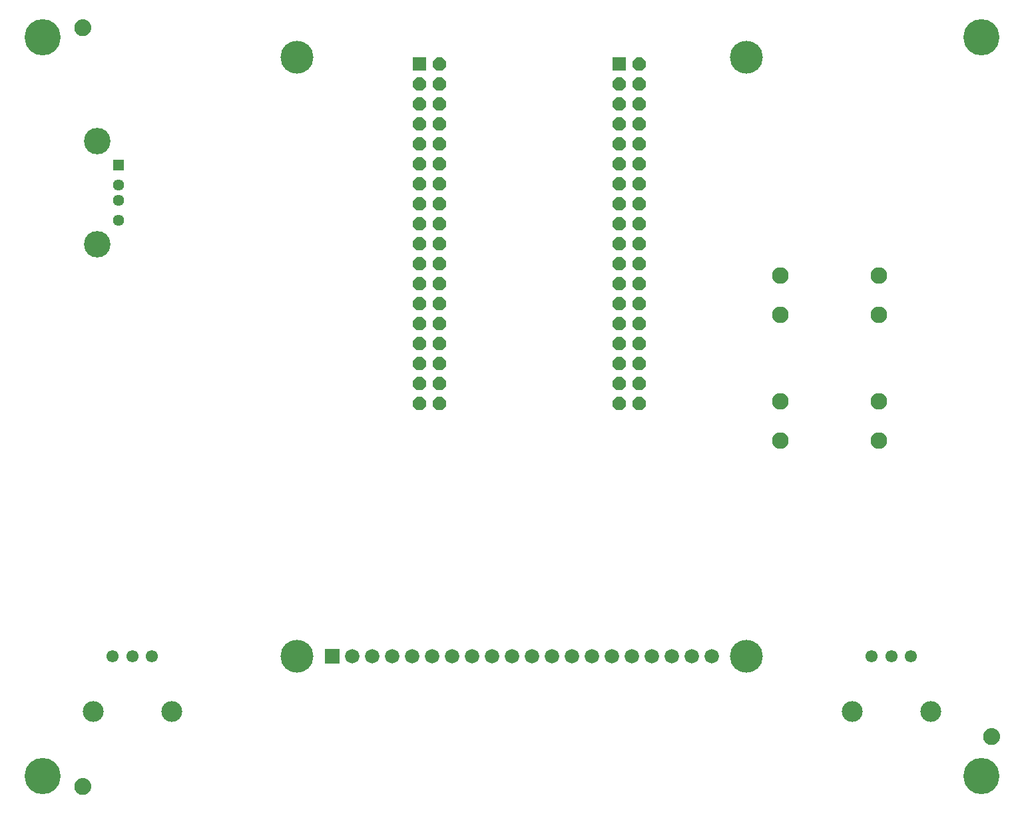
<source format=gbr>
G04 EAGLE Gerber RS-274X export*
G75*
%MOMM*%
%FSLAX34Y34*%
%LPD*%
%INSoldermask Bottom*%
%IPPOS*%
%AMOC8*
5,1,8,0,0,1.08239X$1,22.5*%
G01*
%ADD10C,0.609600*%
%ADD11C,1.168400*%
%ADD12R,1.440400X1.440400*%
%ADD13C,1.440400*%
%ADD14C,3.372400*%
%ADD15R,1.828800X1.828800*%
%ADD16C,1.828800*%
%ADD17C,4.168400*%
%ADD18C,1.552400*%
%ADD19C,2.652400*%
%ADD20C,2.112400*%
%ADD21R,1.676400X1.676400*%
%ADD22P,1.814519X8X292.500000*%
%ADD23C,4.597400*%


D10*
X81280Y990600D02*
X81282Y990787D01*
X81289Y990974D01*
X81301Y991161D01*
X81317Y991347D01*
X81337Y991533D01*
X81362Y991718D01*
X81392Y991903D01*
X81426Y992087D01*
X81465Y992270D01*
X81508Y992452D01*
X81556Y992632D01*
X81608Y992812D01*
X81665Y992990D01*
X81725Y993167D01*
X81791Y993342D01*
X81860Y993516D01*
X81934Y993688D01*
X82012Y993858D01*
X82094Y994026D01*
X82180Y994192D01*
X82270Y994356D01*
X82364Y994517D01*
X82462Y994677D01*
X82564Y994833D01*
X82670Y994988D01*
X82780Y995139D01*
X82893Y995288D01*
X83010Y995434D01*
X83130Y995577D01*
X83254Y995717D01*
X83381Y995854D01*
X83512Y995988D01*
X83646Y996119D01*
X83783Y996246D01*
X83923Y996370D01*
X84066Y996490D01*
X84212Y996607D01*
X84361Y996720D01*
X84512Y996830D01*
X84667Y996936D01*
X84823Y997038D01*
X84983Y997136D01*
X85144Y997230D01*
X85308Y997320D01*
X85474Y997406D01*
X85642Y997488D01*
X85812Y997566D01*
X85984Y997640D01*
X86158Y997709D01*
X86333Y997775D01*
X86510Y997835D01*
X86688Y997892D01*
X86868Y997944D01*
X87048Y997992D01*
X87230Y998035D01*
X87413Y998074D01*
X87597Y998108D01*
X87782Y998138D01*
X87967Y998163D01*
X88153Y998183D01*
X88339Y998199D01*
X88526Y998211D01*
X88713Y998218D01*
X88900Y998220D01*
X89087Y998218D01*
X89274Y998211D01*
X89461Y998199D01*
X89647Y998183D01*
X89833Y998163D01*
X90018Y998138D01*
X90203Y998108D01*
X90387Y998074D01*
X90570Y998035D01*
X90752Y997992D01*
X90932Y997944D01*
X91112Y997892D01*
X91290Y997835D01*
X91467Y997775D01*
X91642Y997709D01*
X91816Y997640D01*
X91988Y997566D01*
X92158Y997488D01*
X92326Y997406D01*
X92492Y997320D01*
X92656Y997230D01*
X92817Y997136D01*
X92977Y997038D01*
X93133Y996936D01*
X93288Y996830D01*
X93439Y996720D01*
X93588Y996607D01*
X93734Y996490D01*
X93877Y996370D01*
X94017Y996246D01*
X94154Y996119D01*
X94288Y995988D01*
X94419Y995854D01*
X94546Y995717D01*
X94670Y995577D01*
X94790Y995434D01*
X94907Y995288D01*
X95020Y995139D01*
X95130Y994988D01*
X95236Y994833D01*
X95338Y994677D01*
X95436Y994517D01*
X95530Y994356D01*
X95620Y994192D01*
X95706Y994026D01*
X95788Y993858D01*
X95866Y993688D01*
X95940Y993516D01*
X96009Y993342D01*
X96075Y993167D01*
X96135Y992990D01*
X96192Y992812D01*
X96244Y992632D01*
X96292Y992452D01*
X96335Y992270D01*
X96374Y992087D01*
X96408Y991903D01*
X96438Y991718D01*
X96463Y991533D01*
X96483Y991347D01*
X96499Y991161D01*
X96511Y990974D01*
X96518Y990787D01*
X96520Y990600D01*
X96518Y990413D01*
X96511Y990226D01*
X96499Y990039D01*
X96483Y989853D01*
X96463Y989667D01*
X96438Y989482D01*
X96408Y989297D01*
X96374Y989113D01*
X96335Y988930D01*
X96292Y988748D01*
X96244Y988568D01*
X96192Y988388D01*
X96135Y988210D01*
X96075Y988033D01*
X96009Y987858D01*
X95940Y987684D01*
X95866Y987512D01*
X95788Y987342D01*
X95706Y987174D01*
X95620Y987008D01*
X95530Y986844D01*
X95436Y986683D01*
X95338Y986523D01*
X95236Y986367D01*
X95130Y986212D01*
X95020Y986061D01*
X94907Y985912D01*
X94790Y985766D01*
X94670Y985623D01*
X94546Y985483D01*
X94419Y985346D01*
X94288Y985212D01*
X94154Y985081D01*
X94017Y984954D01*
X93877Y984830D01*
X93734Y984710D01*
X93588Y984593D01*
X93439Y984480D01*
X93288Y984370D01*
X93133Y984264D01*
X92977Y984162D01*
X92817Y984064D01*
X92656Y983970D01*
X92492Y983880D01*
X92326Y983794D01*
X92158Y983712D01*
X91988Y983634D01*
X91816Y983560D01*
X91642Y983491D01*
X91467Y983425D01*
X91290Y983365D01*
X91112Y983308D01*
X90932Y983256D01*
X90752Y983208D01*
X90570Y983165D01*
X90387Y983126D01*
X90203Y983092D01*
X90018Y983062D01*
X89833Y983037D01*
X89647Y983017D01*
X89461Y983001D01*
X89274Y982989D01*
X89087Y982982D01*
X88900Y982980D01*
X88713Y982982D01*
X88526Y982989D01*
X88339Y983001D01*
X88153Y983017D01*
X87967Y983037D01*
X87782Y983062D01*
X87597Y983092D01*
X87413Y983126D01*
X87230Y983165D01*
X87048Y983208D01*
X86868Y983256D01*
X86688Y983308D01*
X86510Y983365D01*
X86333Y983425D01*
X86158Y983491D01*
X85984Y983560D01*
X85812Y983634D01*
X85642Y983712D01*
X85474Y983794D01*
X85308Y983880D01*
X85144Y983970D01*
X84983Y984064D01*
X84823Y984162D01*
X84667Y984264D01*
X84512Y984370D01*
X84361Y984480D01*
X84212Y984593D01*
X84066Y984710D01*
X83923Y984830D01*
X83783Y984954D01*
X83646Y985081D01*
X83512Y985212D01*
X83381Y985346D01*
X83254Y985483D01*
X83130Y985623D01*
X83010Y985766D01*
X82893Y985912D01*
X82780Y986061D01*
X82670Y986212D01*
X82564Y986367D01*
X82462Y986523D01*
X82364Y986683D01*
X82270Y986844D01*
X82180Y987008D01*
X82094Y987174D01*
X82012Y987342D01*
X81934Y987512D01*
X81860Y987684D01*
X81791Y987858D01*
X81725Y988033D01*
X81665Y988210D01*
X81608Y988388D01*
X81556Y988568D01*
X81508Y988748D01*
X81465Y988930D01*
X81426Y989113D01*
X81392Y989297D01*
X81362Y989482D01*
X81337Y989667D01*
X81317Y989853D01*
X81301Y990039D01*
X81289Y990226D01*
X81282Y990413D01*
X81280Y990600D01*
D11*
X88900Y990600D03*
D10*
X81280Y25400D02*
X81282Y25587D01*
X81289Y25774D01*
X81301Y25961D01*
X81317Y26147D01*
X81337Y26333D01*
X81362Y26518D01*
X81392Y26703D01*
X81426Y26887D01*
X81465Y27070D01*
X81508Y27252D01*
X81556Y27432D01*
X81608Y27612D01*
X81665Y27790D01*
X81725Y27967D01*
X81791Y28142D01*
X81860Y28316D01*
X81934Y28488D01*
X82012Y28658D01*
X82094Y28826D01*
X82180Y28992D01*
X82270Y29156D01*
X82364Y29317D01*
X82462Y29477D01*
X82564Y29633D01*
X82670Y29788D01*
X82780Y29939D01*
X82893Y30088D01*
X83010Y30234D01*
X83130Y30377D01*
X83254Y30517D01*
X83381Y30654D01*
X83512Y30788D01*
X83646Y30919D01*
X83783Y31046D01*
X83923Y31170D01*
X84066Y31290D01*
X84212Y31407D01*
X84361Y31520D01*
X84512Y31630D01*
X84667Y31736D01*
X84823Y31838D01*
X84983Y31936D01*
X85144Y32030D01*
X85308Y32120D01*
X85474Y32206D01*
X85642Y32288D01*
X85812Y32366D01*
X85984Y32440D01*
X86158Y32509D01*
X86333Y32575D01*
X86510Y32635D01*
X86688Y32692D01*
X86868Y32744D01*
X87048Y32792D01*
X87230Y32835D01*
X87413Y32874D01*
X87597Y32908D01*
X87782Y32938D01*
X87967Y32963D01*
X88153Y32983D01*
X88339Y32999D01*
X88526Y33011D01*
X88713Y33018D01*
X88900Y33020D01*
X89087Y33018D01*
X89274Y33011D01*
X89461Y32999D01*
X89647Y32983D01*
X89833Y32963D01*
X90018Y32938D01*
X90203Y32908D01*
X90387Y32874D01*
X90570Y32835D01*
X90752Y32792D01*
X90932Y32744D01*
X91112Y32692D01*
X91290Y32635D01*
X91467Y32575D01*
X91642Y32509D01*
X91816Y32440D01*
X91988Y32366D01*
X92158Y32288D01*
X92326Y32206D01*
X92492Y32120D01*
X92656Y32030D01*
X92817Y31936D01*
X92977Y31838D01*
X93133Y31736D01*
X93288Y31630D01*
X93439Y31520D01*
X93588Y31407D01*
X93734Y31290D01*
X93877Y31170D01*
X94017Y31046D01*
X94154Y30919D01*
X94288Y30788D01*
X94419Y30654D01*
X94546Y30517D01*
X94670Y30377D01*
X94790Y30234D01*
X94907Y30088D01*
X95020Y29939D01*
X95130Y29788D01*
X95236Y29633D01*
X95338Y29477D01*
X95436Y29317D01*
X95530Y29156D01*
X95620Y28992D01*
X95706Y28826D01*
X95788Y28658D01*
X95866Y28488D01*
X95940Y28316D01*
X96009Y28142D01*
X96075Y27967D01*
X96135Y27790D01*
X96192Y27612D01*
X96244Y27432D01*
X96292Y27252D01*
X96335Y27070D01*
X96374Y26887D01*
X96408Y26703D01*
X96438Y26518D01*
X96463Y26333D01*
X96483Y26147D01*
X96499Y25961D01*
X96511Y25774D01*
X96518Y25587D01*
X96520Y25400D01*
X96518Y25213D01*
X96511Y25026D01*
X96499Y24839D01*
X96483Y24653D01*
X96463Y24467D01*
X96438Y24282D01*
X96408Y24097D01*
X96374Y23913D01*
X96335Y23730D01*
X96292Y23548D01*
X96244Y23368D01*
X96192Y23188D01*
X96135Y23010D01*
X96075Y22833D01*
X96009Y22658D01*
X95940Y22484D01*
X95866Y22312D01*
X95788Y22142D01*
X95706Y21974D01*
X95620Y21808D01*
X95530Y21644D01*
X95436Y21483D01*
X95338Y21323D01*
X95236Y21167D01*
X95130Y21012D01*
X95020Y20861D01*
X94907Y20712D01*
X94790Y20566D01*
X94670Y20423D01*
X94546Y20283D01*
X94419Y20146D01*
X94288Y20012D01*
X94154Y19881D01*
X94017Y19754D01*
X93877Y19630D01*
X93734Y19510D01*
X93588Y19393D01*
X93439Y19280D01*
X93288Y19170D01*
X93133Y19064D01*
X92977Y18962D01*
X92817Y18864D01*
X92656Y18770D01*
X92492Y18680D01*
X92326Y18594D01*
X92158Y18512D01*
X91988Y18434D01*
X91816Y18360D01*
X91642Y18291D01*
X91467Y18225D01*
X91290Y18165D01*
X91112Y18108D01*
X90932Y18056D01*
X90752Y18008D01*
X90570Y17965D01*
X90387Y17926D01*
X90203Y17892D01*
X90018Y17862D01*
X89833Y17837D01*
X89647Y17817D01*
X89461Y17801D01*
X89274Y17789D01*
X89087Y17782D01*
X88900Y17780D01*
X88713Y17782D01*
X88526Y17789D01*
X88339Y17801D01*
X88153Y17817D01*
X87967Y17837D01*
X87782Y17862D01*
X87597Y17892D01*
X87413Y17926D01*
X87230Y17965D01*
X87048Y18008D01*
X86868Y18056D01*
X86688Y18108D01*
X86510Y18165D01*
X86333Y18225D01*
X86158Y18291D01*
X85984Y18360D01*
X85812Y18434D01*
X85642Y18512D01*
X85474Y18594D01*
X85308Y18680D01*
X85144Y18770D01*
X84983Y18864D01*
X84823Y18962D01*
X84667Y19064D01*
X84512Y19170D01*
X84361Y19280D01*
X84212Y19393D01*
X84066Y19510D01*
X83923Y19630D01*
X83783Y19754D01*
X83646Y19881D01*
X83512Y20012D01*
X83381Y20146D01*
X83254Y20283D01*
X83130Y20423D01*
X83010Y20566D01*
X82893Y20712D01*
X82780Y20861D01*
X82670Y21012D01*
X82564Y21167D01*
X82462Y21323D01*
X82364Y21483D01*
X82270Y21644D01*
X82180Y21808D01*
X82094Y21974D01*
X82012Y22142D01*
X81934Y22312D01*
X81860Y22484D01*
X81791Y22658D01*
X81725Y22833D01*
X81665Y23010D01*
X81608Y23188D01*
X81556Y23368D01*
X81508Y23548D01*
X81465Y23730D01*
X81426Y23913D01*
X81392Y24097D01*
X81362Y24282D01*
X81337Y24467D01*
X81317Y24653D01*
X81301Y24839D01*
X81289Y25026D01*
X81282Y25213D01*
X81280Y25400D01*
D11*
X88900Y25400D03*
D10*
X1236980Y88900D02*
X1236982Y89087D01*
X1236989Y89274D01*
X1237001Y89461D01*
X1237017Y89647D01*
X1237037Y89833D01*
X1237062Y90018D01*
X1237092Y90203D01*
X1237126Y90387D01*
X1237165Y90570D01*
X1237208Y90752D01*
X1237256Y90932D01*
X1237308Y91112D01*
X1237365Y91290D01*
X1237425Y91467D01*
X1237491Y91642D01*
X1237560Y91816D01*
X1237634Y91988D01*
X1237712Y92158D01*
X1237794Y92326D01*
X1237880Y92492D01*
X1237970Y92656D01*
X1238064Y92817D01*
X1238162Y92977D01*
X1238264Y93133D01*
X1238370Y93288D01*
X1238480Y93439D01*
X1238593Y93588D01*
X1238710Y93734D01*
X1238830Y93877D01*
X1238954Y94017D01*
X1239081Y94154D01*
X1239212Y94288D01*
X1239346Y94419D01*
X1239483Y94546D01*
X1239623Y94670D01*
X1239766Y94790D01*
X1239912Y94907D01*
X1240061Y95020D01*
X1240212Y95130D01*
X1240367Y95236D01*
X1240523Y95338D01*
X1240683Y95436D01*
X1240844Y95530D01*
X1241008Y95620D01*
X1241174Y95706D01*
X1241342Y95788D01*
X1241512Y95866D01*
X1241684Y95940D01*
X1241858Y96009D01*
X1242033Y96075D01*
X1242210Y96135D01*
X1242388Y96192D01*
X1242568Y96244D01*
X1242748Y96292D01*
X1242930Y96335D01*
X1243113Y96374D01*
X1243297Y96408D01*
X1243482Y96438D01*
X1243667Y96463D01*
X1243853Y96483D01*
X1244039Y96499D01*
X1244226Y96511D01*
X1244413Y96518D01*
X1244600Y96520D01*
X1244787Y96518D01*
X1244974Y96511D01*
X1245161Y96499D01*
X1245347Y96483D01*
X1245533Y96463D01*
X1245718Y96438D01*
X1245903Y96408D01*
X1246087Y96374D01*
X1246270Y96335D01*
X1246452Y96292D01*
X1246632Y96244D01*
X1246812Y96192D01*
X1246990Y96135D01*
X1247167Y96075D01*
X1247342Y96009D01*
X1247516Y95940D01*
X1247688Y95866D01*
X1247858Y95788D01*
X1248026Y95706D01*
X1248192Y95620D01*
X1248356Y95530D01*
X1248517Y95436D01*
X1248677Y95338D01*
X1248833Y95236D01*
X1248988Y95130D01*
X1249139Y95020D01*
X1249288Y94907D01*
X1249434Y94790D01*
X1249577Y94670D01*
X1249717Y94546D01*
X1249854Y94419D01*
X1249988Y94288D01*
X1250119Y94154D01*
X1250246Y94017D01*
X1250370Y93877D01*
X1250490Y93734D01*
X1250607Y93588D01*
X1250720Y93439D01*
X1250830Y93288D01*
X1250936Y93133D01*
X1251038Y92977D01*
X1251136Y92817D01*
X1251230Y92656D01*
X1251320Y92492D01*
X1251406Y92326D01*
X1251488Y92158D01*
X1251566Y91988D01*
X1251640Y91816D01*
X1251709Y91642D01*
X1251775Y91467D01*
X1251835Y91290D01*
X1251892Y91112D01*
X1251944Y90932D01*
X1251992Y90752D01*
X1252035Y90570D01*
X1252074Y90387D01*
X1252108Y90203D01*
X1252138Y90018D01*
X1252163Y89833D01*
X1252183Y89647D01*
X1252199Y89461D01*
X1252211Y89274D01*
X1252218Y89087D01*
X1252220Y88900D01*
X1252218Y88713D01*
X1252211Y88526D01*
X1252199Y88339D01*
X1252183Y88153D01*
X1252163Y87967D01*
X1252138Y87782D01*
X1252108Y87597D01*
X1252074Y87413D01*
X1252035Y87230D01*
X1251992Y87048D01*
X1251944Y86868D01*
X1251892Y86688D01*
X1251835Y86510D01*
X1251775Y86333D01*
X1251709Y86158D01*
X1251640Y85984D01*
X1251566Y85812D01*
X1251488Y85642D01*
X1251406Y85474D01*
X1251320Y85308D01*
X1251230Y85144D01*
X1251136Y84983D01*
X1251038Y84823D01*
X1250936Y84667D01*
X1250830Y84512D01*
X1250720Y84361D01*
X1250607Y84212D01*
X1250490Y84066D01*
X1250370Y83923D01*
X1250246Y83783D01*
X1250119Y83646D01*
X1249988Y83512D01*
X1249854Y83381D01*
X1249717Y83254D01*
X1249577Y83130D01*
X1249434Y83010D01*
X1249288Y82893D01*
X1249139Y82780D01*
X1248988Y82670D01*
X1248833Y82564D01*
X1248677Y82462D01*
X1248517Y82364D01*
X1248356Y82270D01*
X1248192Y82180D01*
X1248026Y82094D01*
X1247858Y82012D01*
X1247688Y81934D01*
X1247516Y81860D01*
X1247342Y81791D01*
X1247167Y81725D01*
X1246990Y81665D01*
X1246812Y81608D01*
X1246632Y81556D01*
X1246452Y81508D01*
X1246270Y81465D01*
X1246087Y81426D01*
X1245903Y81392D01*
X1245718Y81362D01*
X1245533Y81337D01*
X1245347Y81317D01*
X1245161Y81301D01*
X1244974Y81289D01*
X1244787Y81282D01*
X1244600Y81280D01*
X1244413Y81282D01*
X1244226Y81289D01*
X1244039Y81301D01*
X1243853Y81317D01*
X1243667Y81337D01*
X1243482Y81362D01*
X1243297Y81392D01*
X1243113Y81426D01*
X1242930Y81465D01*
X1242748Y81508D01*
X1242568Y81556D01*
X1242388Y81608D01*
X1242210Y81665D01*
X1242033Y81725D01*
X1241858Y81791D01*
X1241684Y81860D01*
X1241512Y81934D01*
X1241342Y82012D01*
X1241174Y82094D01*
X1241008Y82180D01*
X1240844Y82270D01*
X1240683Y82364D01*
X1240523Y82462D01*
X1240367Y82564D01*
X1240212Y82670D01*
X1240061Y82780D01*
X1239912Y82893D01*
X1239766Y83010D01*
X1239623Y83130D01*
X1239483Y83254D01*
X1239346Y83381D01*
X1239212Y83512D01*
X1239081Y83646D01*
X1238954Y83783D01*
X1238830Y83923D01*
X1238710Y84066D01*
X1238593Y84212D01*
X1238480Y84361D01*
X1238370Y84512D01*
X1238264Y84667D01*
X1238162Y84823D01*
X1238064Y84983D01*
X1237970Y85144D01*
X1237880Y85308D01*
X1237794Y85474D01*
X1237712Y85642D01*
X1237634Y85812D01*
X1237560Y85984D01*
X1237491Y86158D01*
X1237425Y86333D01*
X1237365Y86510D01*
X1237308Y86688D01*
X1237256Y86868D01*
X1237208Y87048D01*
X1237165Y87230D01*
X1237126Y87413D01*
X1237092Y87597D01*
X1237062Y87782D01*
X1237037Y87967D01*
X1237017Y88153D01*
X1237001Y88339D01*
X1236989Y88526D01*
X1236982Y88713D01*
X1236980Y88900D01*
D11*
X1244600Y88900D03*
D12*
X134620Y815340D03*
D13*
X134620Y790340D03*
X134620Y770340D03*
X134620Y745340D03*
D14*
X107520Y846040D03*
X107520Y714640D03*
D15*
X406400Y190500D03*
D16*
X431800Y190500D03*
X457200Y190500D03*
X482600Y190500D03*
X508000Y190500D03*
X533400Y190500D03*
X558800Y190500D03*
X584200Y190500D03*
X609600Y190500D03*
X635000Y190500D03*
X660400Y190500D03*
X685800Y190500D03*
X711200Y190500D03*
X736600Y190500D03*
X762000Y190500D03*
X787400Y190500D03*
X812800Y190500D03*
X838200Y190500D03*
X863600Y190500D03*
X889000Y190500D03*
D17*
X361950Y190500D03*
X933450Y190500D03*
X361950Y952500D03*
X933450Y952500D03*
D18*
X177400Y190500D03*
X152400Y190500D03*
X127400Y190500D03*
D19*
X202400Y120500D03*
X102400Y120500D03*
D18*
X1142600Y190500D03*
X1117600Y190500D03*
X1092600Y190500D03*
D19*
X1167600Y120500D03*
X1067600Y120500D03*
D20*
X976360Y465220D03*
X976360Y515220D03*
X1101360Y515220D03*
X1101360Y465220D03*
X976360Y625240D03*
X976360Y675240D03*
X1101360Y675240D03*
X1101360Y625240D03*
D21*
X517900Y944200D03*
D22*
X543300Y944200D03*
X517900Y918800D03*
X543300Y918800D03*
X517900Y893400D03*
X543300Y893400D03*
X517900Y868000D03*
X543300Y868000D03*
X517900Y842600D03*
X543300Y842600D03*
X517900Y817200D03*
X543300Y817200D03*
X517900Y791800D03*
X543300Y791800D03*
X517900Y766400D03*
X543300Y766400D03*
X517900Y741000D03*
X543300Y741000D03*
X517900Y715600D03*
X543300Y715600D03*
X517900Y690200D03*
X543300Y690200D03*
X517900Y664800D03*
X543300Y664800D03*
X517900Y639400D03*
X543300Y639400D03*
X517900Y614000D03*
X543300Y614000D03*
X517900Y588600D03*
X543300Y588600D03*
X517900Y563200D03*
X543300Y563200D03*
X517900Y537800D03*
X543300Y537800D03*
X517900Y512400D03*
X543300Y512400D03*
D21*
X771900Y944200D03*
D22*
X797300Y944200D03*
X771900Y918800D03*
X797300Y918800D03*
X771900Y893400D03*
X797300Y893400D03*
X771900Y868000D03*
X797300Y868000D03*
X771900Y842600D03*
X797300Y842600D03*
X771900Y817200D03*
X797300Y817200D03*
X771900Y791800D03*
X797300Y791800D03*
X771900Y766400D03*
X797300Y766400D03*
X771900Y741000D03*
X797300Y741000D03*
X771900Y715600D03*
X797300Y715600D03*
X771900Y690200D03*
X797300Y690200D03*
X771900Y664800D03*
X797300Y664800D03*
X771900Y639400D03*
X797300Y639400D03*
X771900Y614000D03*
X797300Y614000D03*
X771900Y588600D03*
X797300Y588600D03*
X771900Y563200D03*
X797300Y563200D03*
X771900Y537800D03*
X797300Y537800D03*
X771900Y512400D03*
X797300Y512400D03*
D23*
X1231900Y977900D03*
X38100Y977900D03*
X38100Y38100D03*
X1231900Y38100D03*
M02*

</source>
